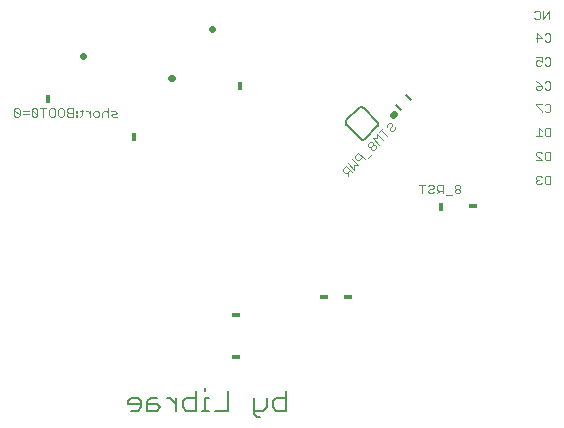
<source format=gbo>
G75*
G70*
%OFA0B0*%
%FSLAX24Y24*%
%IPPOS*%
%LPD*%
%AMOC8*
5,1,8,0,0,1.08239X$1,22.5*
%
%ADD10C,0.0060*%
%ADD11C,0.0030*%
%ADD12C,0.0220*%
%ADD13R,0.0180X0.0300*%
%ADD14R,0.0300X0.0180*%
D10*
X006526Y003102D02*
X006953Y003102D01*
X006953Y003209D02*
X006846Y003315D01*
X006632Y003315D01*
X006526Y003209D01*
X006526Y003102D01*
X006632Y002888D02*
X006846Y002888D01*
X006953Y002995D01*
X006953Y003209D01*
X007170Y003209D02*
X007170Y002888D01*
X007490Y002888D01*
X007597Y002995D01*
X007490Y003102D01*
X007170Y003102D01*
X007170Y003209D02*
X007277Y003315D01*
X007490Y003315D01*
X007814Y003315D02*
X007921Y003315D01*
X008134Y003102D01*
X008134Y003315D02*
X008134Y002888D01*
X008352Y002995D02*
X008352Y003209D01*
X008459Y003315D01*
X008779Y003315D01*
X008779Y003529D02*
X008779Y002888D01*
X008459Y002888D01*
X008352Y002995D01*
X008995Y002888D02*
X009208Y002888D01*
X009102Y002888D02*
X009102Y003315D01*
X009208Y003315D01*
X009102Y003529D02*
X009102Y003636D01*
X009853Y003529D02*
X009853Y002888D01*
X009426Y002888D01*
X010715Y002888D02*
X011035Y002888D01*
X011142Y002995D01*
X011142Y003315D01*
X011360Y003209D02*
X011360Y002995D01*
X011466Y002888D01*
X011787Y002888D01*
X011787Y003529D01*
X011787Y003315D02*
X011466Y003315D01*
X011360Y003209D01*
X010929Y002675D02*
X010822Y002675D01*
X010715Y002782D01*
X010715Y003315D01*
X014261Y011957D02*
X013815Y012403D01*
X013815Y012402D02*
X013802Y012416D01*
X013791Y012431D01*
X013783Y012448D01*
X013778Y012467D01*
X013776Y012486D01*
X013778Y012505D01*
X013782Y012523D01*
X013790Y012540D01*
X013801Y012556D01*
X013802Y012556D02*
X014219Y012973D01*
X014219Y012974D02*
X014235Y012985D01*
X014252Y012993D01*
X014270Y012997D01*
X014289Y012999D01*
X014308Y012997D01*
X014327Y012992D01*
X014344Y012984D01*
X014359Y012973D01*
X014373Y012960D01*
X014372Y012959D02*
X014818Y012514D01*
X014818Y012515D02*
X014831Y012501D01*
X014842Y012486D01*
X014850Y012469D01*
X014855Y012450D01*
X014857Y012431D01*
X014855Y012412D01*
X014851Y012394D01*
X014843Y012377D01*
X014832Y012361D01*
X014414Y011943D01*
X014398Y011932D01*
X014381Y011924D01*
X014363Y011920D01*
X014344Y011918D01*
X014325Y011920D01*
X014306Y011925D01*
X014289Y011933D01*
X014274Y011944D01*
X014260Y011957D01*
X015466Y013075D02*
X015633Y012908D01*
X015967Y013242D02*
X015800Y013409D01*
D11*
X015274Y012479D02*
X015309Y012445D01*
X015309Y012377D01*
X015240Y012308D01*
X015240Y012240D01*
X015274Y012206D01*
X015343Y012206D01*
X015411Y012274D01*
X015411Y012343D01*
X015274Y012479D02*
X015206Y012479D01*
X015138Y012411D01*
X015138Y012343D01*
X015032Y012305D02*
X014895Y012168D01*
X014963Y012237D02*
X015169Y012032D01*
X015029Y011892D02*
X014824Y012097D01*
X014824Y011960D01*
X014687Y011960D01*
X014892Y011755D01*
X014786Y011718D02*
X014752Y011752D01*
X014684Y011752D01*
X014615Y011683D01*
X014615Y011615D01*
X014649Y011581D01*
X014718Y011581D01*
X014786Y011649D01*
X014786Y011718D01*
X014684Y011752D02*
X014684Y011820D01*
X014649Y011854D01*
X014581Y011854D01*
X014513Y011786D01*
X014513Y011718D01*
X014547Y011683D01*
X014615Y011683D01*
X014646Y011441D02*
X014510Y011304D01*
X014404Y011267D02*
X014199Y011472D01*
X014096Y011369D01*
X014096Y011301D01*
X014164Y011232D01*
X014233Y011232D01*
X014335Y011335D01*
X014196Y011058D02*
X014059Y011058D01*
X014059Y010921D01*
X013854Y011127D01*
X013782Y011055D02*
X013679Y010953D01*
X013679Y010884D01*
X013748Y010816D01*
X013816Y010816D01*
X013919Y010918D01*
X013987Y010850D02*
X013782Y011055D01*
X013850Y010850D02*
X013850Y010713D01*
X014196Y011058D02*
X013990Y011264D01*
X016229Y010414D02*
X016423Y010414D01*
X016326Y010414D02*
X016326Y010123D01*
X016524Y010172D02*
X016524Y010220D01*
X016572Y010269D01*
X016669Y010269D01*
X016718Y010317D01*
X016718Y010365D01*
X016669Y010414D01*
X016572Y010414D01*
X016524Y010365D01*
X016524Y010172D02*
X016572Y010123D01*
X016669Y010123D01*
X016718Y010172D01*
X016819Y010123D02*
X016916Y010220D01*
X016867Y010220D02*
X017012Y010220D01*
X017012Y010123D02*
X017012Y010414D01*
X016867Y010414D01*
X016819Y010365D01*
X016819Y010269D01*
X016867Y010220D01*
X017113Y010075D02*
X017307Y010075D01*
X017408Y010172D02*
X017408Y010220D01*
X017456Y010269D01*
X017553Y010269D01*
X017602Y010317D01*
X017602Y010365D01*
X017553Y010414D01*
X017456Y010414D01*
X017408Y010365D01*
X017408Y010317D01*
X017456Y010269D01*
X017553Y010269D02*
X017602Y010220D01*
X017602Y010172D01*
X017553Y010123D01*
X017456Y010123D01*
X017408Y010172D01*
X020113Y010472D02*
X020162Y010423D01*
X020259Y010423D01*
X020307Y010472D01*
X020408Y010472D02*
X020456Y010423D01*
X020602Y010423D01*
X020602Y010714D01*
X020456Y010714D01*
X020408Y010665D01*
X020408Y010472D01*
X020307Y010665D02*
X020259Y010714D01*
X020162Y010714D01*
X020113Y010665D01*
X020113Y010617D01*
X020162Y010569D01*
X020113Y010520D01*
X020113Y010472D01*
X020162Y010569D02*
X020210Y010569D01*
X020113Y011223D02*
X020307Y011223D01*
X020113Y011417D01*
X020113Y011465D01*
X020162Y011514D01*
X020259Y011514D01*
X020307Y011465D01*
X020408Y011465D02*
X020408Y011272D01*
X020456Y011223D01*
X020602Y011223D01*
X020602Y011514D01*
X020456Y011514D01*
X020408Y011465D01*
X020456Y012023D02*
X020408Y012072D01*
X020408Y012265D01*
X020456Y012314D01*
X020602Y012314D01*
X020602Y012023D01*
X020456Y012023D01*
X020307Y012023D02*
X020113Y012023D01*
X020210Y012023D02*
X020210Y012314D01*
X020307Y012217D01*
X020307Y012823D02*
X020307Y012872D01*
X020113Y013065D01*
X020113Y013114D01*
X020307Y013114D01*
X020408Y013065D02*
X020456Y013114D01*
X020553Y013114D01*
X020602Y013065D01*
X020602Y012872D01*
X020553Y012823D01*
X020456Y012823D01*
X020408Y012872D01*
X020456Y013573D02*
X020408Y013622D01*
X020456Y013573D02*
X020553Y013573D01*
X020602Y013622D01*
X020602Y013815D01*
X020553Y013864D01*
X020456Y013864D01*
X020408Y013815D01*
X020307Y013719D02*
X020162Y013719D01*
X020113Y013670D01*
X020113Y013622D01*
X020162Y013573D01*
X020259Y013573D01*
X020307Y013622D01*
X020307Y013719D01*
X020210Y013815D01*
X020113Y013864D01*
X020162Y014373D02*
X020113Y014422D01*
X020113Y014519D01*
X020162Y014567D01*
X020210Y014567D01*
X020307Y014519D01*
X020307Y014664D01*
X020113Y014664D01*
X020162Y014373D02*
X020259Y014373D01*
X020307Y014422D01*
X020408Y014422D02*
X020456Y014373D01*
X020553Y014373D01*
X020602Y014422D01*
X020602Y014615D01*
X020553Y014664D01*
X020456Y014664D01*
X020408Y014615D01*
X020456Y015173D02*
X020408Y015222D01*
X020456Y015173D02*
X020553Y015173D01*
X020602Y015222D01*
X020602Y015415D01*
X020553Y015464D01*
X020456Y015464D01*
X020408Y015415D01*
X020307Y015319D02*
X020113Y015319D01*
X020162Y015464D02*
X020162Y015173D01*
X020307Y015319D02*
X020162Y015464D01*
X020209Y015923D02*
X020112Y015923D01*
X020063Y015972D01*
X020209Y015923D02*
X020257Y015972D01*
X020257Y016165D01*
X020209Y016214D01*
X020112Y016214D01*
X020063Y016165D01*
X020358Y016214D02*
X020358Y015923D01*
X020552Y016214D01*
X020552Y015923D01*
X006152Y012819D02*
X006103Y012770D01*
X006006Y012770D01*
X005958Y012722D01*
X006006Y012673D01*
X006152Y012673D01*
X006152Y012819D02*
X006103Y012867D01*
X005958Y012867D01*
X005857Y012819D02*
X005809Y012867D01*
X005712Y012867D01*
X005663Y012819D01*
X005663Y012673D01*
X005562Y012722D02*
X005562Y012819D01*
X005514Y012867D01*
X005417Y012867D01*
X005369Y012819D01*
X005369Y012722D01*
X005417Y012673D01*
X005514Y012673D01*
X005562Y012722D01*
X005268Y012770D02*
X005171Y012867D01*
X005122Y012867D01*
X005022Y012867D02*
X004925Y012867D01*
X004974Y012915D02*
X004974Y012722D01*
X004925Y012673D01*
X004826Y012673D02*
X004826Y012722D01*
X004777Y012722D01*
X004777Y012673D01*
X004826Y012673D01*
X004826Y012819D02*
X004826Y012867D01*
X004777Y012867D01*
X004777Y012819D01*
X004826Y012819D01*
X004678Y012819D02*
X004533Y012819D01*
X004485Y012770D01*
X004485Y012722D01*
X004533Y012673D01*
X004678Y012673D01*
X004678Y012964D01*
X004533Y012964D01*
X004485Y012915D01*
X004485Y012867D01*
X004533Y012819D01*
X004384Y012915D02*
X004384Y012722D01*
X004335Y012673D01*
X004239Y012673D01*
X004190Y012722D01*
X004190Y012915D01*
X004239Y012964D01*
X004335Y012964D01*
X004384Y012915D01*
X004089Y012915D02*
X004089Y012722D01*
X004041Y012673D01*
X003944Y012673D01*
X003896Y012722D01*
X003896Y012915D01*
X003944Y012964D01*
X004041Y012964D01*
X004089Y012915D01*
X003794Y012964D02*
X003601Y012964D01*
X003698Y012964D02*
X003698Y012673D01*
X003500Y012722D02*
X003500Y012915D01*
X003451Y012964D01*
X003355Y012964D01*
X003306Y012915D01*
X003500Y012722D01*
X003451Y012673D01*
X003355Y012673D01*
X003306Y012722D01*
X003306Y012915D01*
X003205Y012867D02*
X003012Y012867D01*
X003012Y012770D02*
X003205Y012770D01*
X002910Y012722D02*
X002910Y012915D01*
X002862Y012964D01*
X002765Y012964D01*
X002717Y012915D01*
X002910Y012722D01*
X002862Y012673D01*
X002765Y012673D01*
X002717Y012722D01*
X002717Y012915D01*
X005268Y012867D02*
X005268Y012673D01*
X005857Y012673D02*
X005857Y012964D01*
D12*
X005017Y014696D02*
X005017Y014720D01*
X007955Y013958D02*
X007979Y013958D01*
X009305Y015608D02*
X009329Y015608D01*
X015358Y012750D02*
X015375Y012767D01*
D13*
X016967Y009658D03*
X010267Y013708D03*
X006717Y012008D03*
X003867Y013258D03*
D14*
X010117Y006058D03*
X010117Y004658D03*
X013067Y006658D03*
X013867Y006658D03*
X018017Y009708D03*
M02*

</source>
